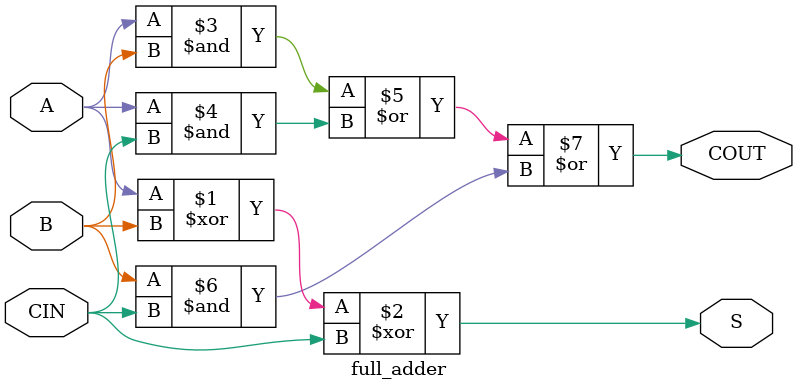
<source format=sv>
module nine_bit_adder  //9 bit adder using 16 bit adders
(
	input logic  [7:0]A,
	input logic  [7:0]B,
	input logic  SUB,
	output logic [8:0]SUM
);

	logic [7:0]B_SELECT;
	logic [15:0]A_16;
	logic [15:0]B_16;
	logic [15:0]S_16;
	
	carry_select_adder csa(.A(A_16), .B(B_16), .CI(SUB), .SUM(S_16), .CO());
	
	always_comb
	begin
		//Selectively invert A based on SUB
		B_SELECT = B ^ {8{SUB}};
		
		//Sign extend A and B to 16 bits
		A_16 = {{8{A[7]}},A};
		B_16 = {{8{B_SELECT[7]}},B_SELECT};

		
		//Truncate the result of the addition back down to 9 bits
		SUM = S_16[8:0];		
	end
endmodule


module carry_select_adder
(
    input   logic[15:0]     A,
    input   logic[15:0]     B,
	input 	logic			CI,
    output  logic[15:0]     SUM,
    output  logic           CO
);
	logic c0,c1,c2;

	byte_adder   fa0(.A(A[3:0]), .B(B[3:0]), .CIN(CI), .S(SUM[3:0]), .COUT(c0));
	carry_select cs0(.A(A[7:4]), .B(B[7:4]), .CIN(c0), .S(SUM[7:4]), .COUT(c1));
	carry_select cs1(.A(A[11:8]), .B(B[11:8]), .CIN(c1), .S(SUM[11:8]), .COUT(c2));
	carry_select cs2(.A(A[15:12]), .B(B[15:12]), .CIN(c2), .S(SUM[15:12]), .COUT(CO));

endmodule


module carry_select
(
	input  logic[3:0] A,
	input  logic[3:0] B,
	input  logic    CIN,
	output logic[3:0] S,
	output logic   COUT
);

	logic [3:0]s0;
	logic [3:0]s1;
	logic c0,c1;
	logic lo,hi;
	assign lo = 1'b0;
	assign hi = 1'b1;

	byte_adder fa0(.A(A), .B(B), .CIN(lo), .S(s0), .COUT(c0));
	byte_adder fa1(.A(A), .B(B), .CIN(hi), .S(s1), .COUT(c1));
	
	always_comb
		begin			
			COUT = (CIN & c1) | c0;
			
			case(CIN)
				0:
					S = s0;
				
				1:
					S = s1;
			endcase
		end

endmodule



module byte_adder
(
	input  logic [3:0]  A,
	input  logic [3:0]  B,
	input  logic        CIN,
	output logic [3:0]  S,
	output logic        COUT
	
);

	logic c0,c1,c2;
	
	full_adder a0(.A(A[0]), .B(B[0]), .CIN(CIN), .S(S[0]), .COUT(c0));
	full_adder a1(.A(A[1]), .B(B[1]), .CIN(c0), .S(S[1]), .COUT(c1));
	full_adder a2(.A(A[2]), .B(B[2]), .CIN(c1), .S(S[2]), .COUT(c2));
	full_adder a3(.A(A[3]), .B(B[3]), .CIN(c2), .S(S[3]), .COUT(COUT));
   
endmodule



module full_adder
(
	input logic	 A,
	input logic  B,
	input logic  CIN,
	output logic S,
	output logic COUT
);

	assign S    = A ^ B ^ CIN;
	assign COUT =  (A&B) | (A&CIN) | (B&CIN);


endmodule



</source>
